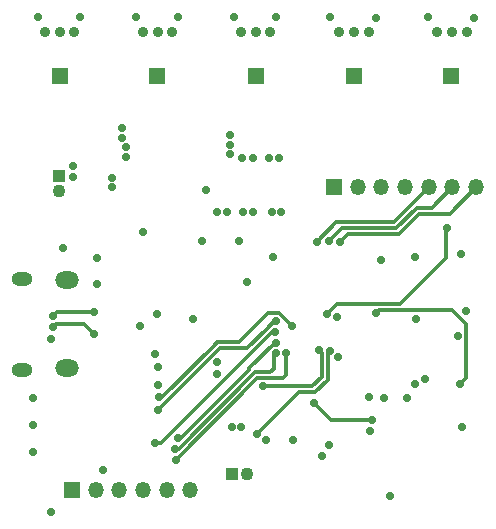
<source format=gbr>
%TF.GenerationSoftware,KiCad,Pcbnew,9.0.0*%
%TF.CreationDate,2026-01-14T19:26:19-05:00*%
%TF.ProjectId,telemetry-node,74656c65-6d65-4747-9279-2d6e6f64652e,rev?*%
%TF.SameCoordinates,Original*%
%TF.FileFunction,Copper,L4,Bot*%
%TF.FilePolarity,Positive*%
%FSLAX46Y46*%
G04 Gerber Fmt 4.6, Leading zero omitted, Abs format (unit mm)*
G04 Created by KiCad (PCBNEW 9.0.0) date 2026-01-14 19:26:19*
%MOMM*%
%LPD*%
G01*
G04 APERTURE LIST*
%TA.AperFunction,ComponentPad*%
%ADD10R,1.100000X1.100000*%
%TD*%
%TA.AperFunction,ComponentPad*%
%ADD11C,1.100000*%
%TD*%
%TA.AperFunction,ComponentPad*%
%ADD12C,0.900000*%
%TD*%
%TA.AperFunction,ComponentPad*%
%ADD13R,1.350000X1.350000*%
%TD*%
%TA.AperFunction,HeatsinkPad*%
%ADD14O,1.800000X1.150000*%
%TD*%
%TA.AperFunction,HeatsinkPad*%
%ADD15O,2.000000X1.450000*%
%TD*%
%TA.AperFunction,ComponentPad*%
%ADD16O,1.350000X1.350000*%
%TD*%
%TA.AperFunction,ViaPad*%
%ADD17C,0.700000*%
%TD*%
%TA.AperFunction,Conductor*%
%ADD18C,0.300000*%
%TD*%
G04 APERTURE END LIST*
D10*
%TO.P,J4,1,1*%
%TO.N,/CAN_N*%
X204837500Y-81900000D03*
D11*
%TO.P,J4,2,2*%
%TO.N,/CAN_P*%
X206087500Y-81900000D03*
%TD*%
D12*
%TO.P,J9,1,1*%
%TO.N,+3.3V Buck*%
X205600000Y-44400000D03*
%TO.P,J9,2,2*%
%TO.N,Net-(J10-Pin_1)*%
X206850000Y-44400000D03*
%TO.P,J9,3,3*%
%TO.N,GND*%
X208100000Y-44400000D03*
%TD*%
%TO.P,J1,1,1*%
%TO.N,+3.3V Buck*%
X189000000Y-44400000D03*
%TO.P,J1,2,2*%
%TO.N,Net-(J5-Pin_1)*%
X190250000Y-44400000D03*
%TO.P,J1,3,3*%
%TO.N,GND*%
X191500000Y-44400000D03*
%TD*%
D13*
%TO.P,J15,1,Pin_1*%
%TO.N,Net-(J15-Pin_1)*%
X223400000Y-48200000D03*
%TD*%
D10*
%TO.P,J3,1,1*%
%TO.N,GND*%
X190200000Y-56625000D03*
D11*
%TO.P,J3,2,2*%
%TO.N,+5V In*%
X190200000Y-57875000D03*
%TD*%
D14*
%TO.P,J11,6,Shield*%
%TO.N,unconnected-(J11-Shield-Pad6)*%
X187100000Y-65325000D03*
D15*
%TO.N,unconnected-(J11-Shield-Pad6)_3*%
X190900000Y-65475000D03*
%TO.N,unconnected-(J11-Shield-Pad6)_1*%
X190900000Y-72925000D03*
D14*
%TO.N,unconnected-(J11-Shield-Pad6)_2*%
X187100000Y-73075000D03*
%TD*%
D13*
%TO.P,J10,1,Pin_1*%
%TO.N,Net-(J10-Pin_1)*%
X206900000Y-48200000D03*
%TD*%
D12*
%TO.P,J14,1,1*%
%TO.N,+3.3V Buck*%
X222200000Y-44400000D03*
%TO.P,J14,2,2*%
%TO.N,Net-(J15-Pin_1)*%
X223450000Y-44400000D03*
%TO.P,J14,3,3*%
%TO.N,GND*%
X224700000Y-44400000D03*
%TD*%
D13*
%TO.P,J8,1,Pin_1*%
%TO.N,Net-(J8-Pin_1)*%
X198500000Y-48200000D03*
%TD*%
%TO.P,J2,1,Pin_1*%
%TO.N,+3.3V Buck*%
X191300000Y-83200000D03*
D16*
%TO.P,J2,2,Pin_2*%
%TO.N,GND*%
X193300000Y-83200000D03*
%TO.P,J2,3,Pin_3*%
%TO.N,/SWDIO*%
X195300000Y-83200000D03*
%TO.P,J2,4,Pin_4*%
%TO.N,/SWCLK*%
X197300000Y-83200000D03*
%TO.P,J2,5,Pin_5*%
%TO.N,/SWO*%
X199300000Y-83200000D03*
%TO.P,J2,6,Pin_6*%
%TO.N,/NRST*%
X201300000Y-83200000D03*
%TD*%
D13*
%TO.P,J13,1,Pin_1*%
%TO.N,Net-(J13-Pin_1)*%
X215200000Y-48200000D03*
%TD*%
D12*
%TO.P,J6,1,1*%
%TO.N,+3.3V Buck*%
X197300000Y-44400000D03*
%TO.P,J6,2,2*%
%TO.N,Net-(J8-Pin_1)*%
X198550000Y-44400000D03*
%TO.P,J6,3,3*%
%TO.N,GND*%
X199800000Y-44400000D03*
%TD*%
D13*
%TO.P,J7,1,Pin_1*%
%TO.N,/PB11*%
X213500000Y-57600000D03*
D16*
%TO.P,J7,2,Pin_2*%
%TO.N,/PB10*%
X215500000Y-57600000D03*
%TO.P,J7,3,Pin_3*%
%TO.N,/PB2*%
X217500000Y-57600000D03*
%TO.P,J7,4,Pin_4*%
%TO.N,/PB1*%
X219500000Y-57600000D03*
%TO.P,J7,5,Pin_5*%
%TO.N,/PB0*%
X221500000Y-57600000D03*
%TO.P,J7,6,Pin_6*%
%TO.N,/PA7*%
X223500000Y-57600000D03*
%TO.P,J7,7,Pin_7*%
%TO.N,/PA6*%
X225500000Y-57600000D03*
%TD*%
D13*
%TO.P,J5,1,Pin_1*%
%TO.N,Net-(J5-Pin_1)*%
X190250000Y-48200000D03*
%TD*%
D12*
%TO.P,J12,1,1*%
%TO.N,+3.3V Buck*%
X213900000Y-44400000D03*
%TO.P,J12,2,2*%
%TO.N,Net-(J13-Pin_1)*%
X215150000Y-44400000D03*
%TO.P,J12,3,3*%
%TO.N,GND*%
X216400000Y-44400000D03*
%TD*%
D17*
%TO.N,+3.3V Buck*%
X188400000Y-43150000D03*
X196750000Y-43200000D03*
X205000000Y-43200000D03*
X213100000Y-43200000D03*
X221450000Y-43200000D03*
%TO.N,GND*%
X225350000Y-43250000D03*
X217000000Y-43250000D03*
X208600000Y-43150000D03*
X200300000Y-43150000D03*
X192000000Y-43200000D03*
X195900000Y-54200000D03*
X191400000Y-56700000D03*
X220350000Y-63500000D03*
X223937500Y-70150000D03*
X210000000Y-79000000D03*
X205800000Y-59700000D03*
X198600000Y-72800000D03*
X213750000Y-68600000D03*
X197050000Y-69325000D03*
X198500000Y-68300000D03*
X208300000Y-63500000D03*
X193400000Y-63600000D03*
X194700000Y-57600000D03*
X208200000Y-59700000D03*
X194700000Y-56800000D03*
X217500000Y-63700000D03*
X217687500Y-75400000D03*
X224300000Y-77900000D03*
X209000000Y-59700000D03*
X193900000Y-81500000D03*
X188000000Y-77700000D03*
X218200000Y-83700000D03*
X204837500Y-77850000D03*
X193400000Y-65800000D03*
X221187500Y-73850000D03*
X195500000Y-52600000D03*
X203587500Y-72400000D03*
X220337500Y-74200000D03*
X202600000Y-57800000D03*
X203600000Y-59700000D03*
X205637500Y-77850000D03*
X190500000Y-62700000D03*
X189500000Y-70400000D03*
X188000000Y-75400000D03*
X205400000Y-62100000D03*
X206600000Y-59700000D03*
X213850000Y-71950000D03*
X220400000Y-68700000D03*
X188000000Y-80000000D03*
X195500000Y-53400000D03*
X201500000Y-68700000D03*
X213037500Y-79400000D03*
X191400000Y-55800000D03*
X224650000Y-68100000D03*
X204400000Y-59700000D03*
X195900000Y-55000000D03*
%TO.N,+3.3V Buck*%
X204700000Y-53200000D03*
X204700000Y-54000000D03*
X219650000Y-75400000D03*
X216450000Y-75350000D03*
X202300000Y-62100000D03*
X224200000Y-63200000D03*
X212500000Y-80300000D03*
X204700000Y-54800000D03*
X207700000Y-79000000D03*
X206100000Y-65600000D03*
X206600000Y-55100000D03*
X197300000Y-61400000D03*
X189500000Y-85100000D03*
X208800000Y-55100000D03*
X208000000Y-55100000D03*
X198300000Y-71700000D03*
X216537500Y-78200000D03*
X203587500Y-73400000D03*
X198600000Y-74300000D03*
X205700000Y-55100000D03*
%TO.N,/BOOT0*%
X211800000Y-75850000D03*
X216700000Y-77250000D03*
%TO.N,/NRST*%
X224150000Y-74250000D03*
X217050000Y-68200000D03*
%TO.N,/SWCLK*%
X208549998Y-71648872D03*
X200055026Y-79705023D03*
%TO.N,/SWDIO*%
X208550001Y-70748870D03*
X200278118Y-78773412D03*
%TO.N,/SWO*%
X200100000Y-80650000D03*
X209450000Y-71650000D03*
%TO.N,/CAN_RX*%
X212200000Y-71350000D03*
X207450000Y-74450000D03*
%TO.N,/PA0*%
X212900000Y-68300000D03*
X223050000Y-61000000D03*
%TO.N,/PA10*%
X208485774Y-69851162D03*
X198305025Y-79205025D03*
%TO.N,/CAN_TX*%
X213125426Y-71416152D03*
X206986636Y-78451259D03*
%TO.N,/PA8*%
X198550000Y-76450000D03*
X208532827Y-68942754D03*
%TO.N,/PB15*%
X209900000Y-69300000D03*
X198628093Y-75378093D03*
%TO.N,Net-(IC2-I{slash}O1_2)*%
X189675000Y-69425003D03*
X193177686Y-70028460D03*
%TO.N,Net-(IC2-I{slash}O2_2)*%
X189675000Y-68525000D03*
X193132475Y-68142525D03*
%TO.N,/PA6*%
X213972705Y-62222705D03*
%TO.N,/PB0*%
X212007755Y-62207755D03*
%TO.N,/PA7*%
X213052730Y-62152730D03*
%TD*%
D18*
%TO.N,/BOOT0*%
X216700000Y-77250000D02*
X213200000Y-77250000D01*
X213200000Y-77250000D02*
X211800000Y-75850000D01*
%TO.N,/NRST*%
X223500000Y-68000000D02*
X224650000Y-69150000D01*
X224650000Y-69150000D02*
X224650000Y-73750000D01*
X224650000Y-73750000D02*
X224150000Y-74250000D01*
X217250000Y-68000000D02*
X223500000Y-68000000D01*
X217050000Y-68200000D02*
X217250000Y-68000000D01*
%TO.N,/SWCLK*%
X200336457Y-79705023D02*
X206570740Y-73470740D01*
X208102000Y-73248000D02*
X208400000Y-72950000D01*
X206793480Y-73248000D02*
X207208520Y-73248000D01*
X207208520Y-73248000D02*
X208102000Y-73248000D01*
X200055026Y-79705023D02*
X200336457Y-79705023D01*
X206570740Y-73470740D02*
X206793480Y-73248000D01*
X208400000Y-71798870D02*
X208549998Y-71648872D01*
X208400000Y-72950000D02*
X208400000Y-71798870D01*
%TO.N,/SWDIO*%
X200559548Y-78773412D02*
X206291480Y-73041480D01*
X208460186Y-70748870D02*
X208550001Y-70748870D01*
X206291480Y-72917576D02*
X208460186Y-70748870D01*
X200278118Y-78773412D02*
X200559548Y-78773412D01*
X206291480Y-73041480D02*
X206291480Y-72917576D01*
%TO.N,/SWO*%
X209151000Y-73749000D02*
X209450000Y-73450000D01*
X207350000Y-73749000D02*
X209151000Y-73749000D01*
X207001000Y-73749000D02*
X207350000Y-73749000D01*
X209450000Y-73450000D02*
X209450000Y-71650000D01*
X200100000Y-80650000D02*
X207001000Y-73749000D01*
%TO.N,/CAN_RX*%
X211650000Y-74450000D02*
X212450000Y-73650000D01*
X212450000Y-71600000D02*
X212200000Y-71350000D01*
X212450000Y-72200000D02*
X212450000Y-71600000D01*
X212450000Y-73650000D02*
X212450000Y-72200000D01*
X207450000Y-74450000D02*
X211650000Y-74450000D01*
%TO.N,/PA0*%
X213701000Y-67499000D02*
X219101000Y-67499000D01*
X219101000Y-67499000D02*
X223000000Y-63600000D01*
X223000000Y-63600000D02*
X223000000Y-61050000D01*
X223000000Y-61050000D02*
X223050000Y-61000000D01*
X212900000Y-68300000D02*
X213701000Y-67499000D01*
%TO.N,/PA10*%
X198305025Y-79205025D02*
X198844975Y-79205025D01*
X208198838Y-69851162D02*
X208485774Y-69851162D01*
X198844975Y-79205025D02*
X208198838Y-69851162D01*
%TO.N,/CAN_TX*%
X211899000Y-74951000D02*
X212985355Y-73864645D01*
X209600000Y-75850000D02*
X210499000Y-74951000D01*
X210499000Y-74951000D02*
X211899000Y-74951000D01*
X212985355Y-71556223D02*
X213125426Y-71416152D01*
X212985355Y-73864645D02*
X212985355Y-72456009D01*
X212985355Y-72456009D02*
X212985355Y-71556223D01*
X206986636Y-78451259D02*
X209587895Y-75850000D01*
X209587895Y-75850000D02*
X209600000Y-75850000D01*
%TO.N,/PA8*%
X207795739Y-69545740D02*
X208398725Y-68942754D01*
X198550000Y-76446136D02*
X203796136Y-71200000D01*
X203796136Y-71200000D02*
X203800000Y-71200000D01*
X208398725Y-68942754D02*
X208532827Y-68942754D01*
X198550000Y-76450000D02*
X198550000Y-76446136D01*
X206141480Y-71200000D02*
X207795739Y-69545740D01*
X203800000Y-71200000D02*
X206141480Y-71200000D01*
%TO.N,/PB15*%
X205749000Y-70350000D02*
X205750000Y-70350000D01*
X198628093Y-75378093D02*
X198909523Y-75378093D01*
X209900000Y-69300000D02*
X208798606Y-68198606D01*
X203293807Y-70993808D02*
X203588616Y-70699000D01*
X203588616Y-70699000D02*
X205400000Y-70699000D01*
X205400000Y-70699000D02*
X205749000Y-70350000D01*
X205750000Y-70350000D02*
X207901394Y-68198606D01*
X208798606Y-68198606D02*
X207901394Y-68198606D01*
X198909523Y-75378093D02*
X203293807Y-70993808D01*
%TO.N,Net-(IC2-I{slash}O1_2)*%
X192100000Y-69200000D02*
X189900003Y-69200000D01*
X189900003Y-69200000D02*
X189675000Y-69425003D01*
X192349226Y-69200000D02*
X192100000Y-69200000D01*
X193177686Y-70028460D02*
X192349226Y-69200000D01*
%TO.N,Net-(IC2-I{slash}O2_2)*%
X190057475Y-68142525D02*
X189675000Y-68525000D01*
X193132475Y-68142525D02*
X190057475Y-68142525D01*
%TO.N,/PA6*%
X223269740Y-59830260D02*
X225500000Y-57600000D01*
X218965043Y-61552000D02*
X220686782Y-59830260D01*
X213972705Y-62222705D02*
X214643410Y-61552000D01*
X214643410Y-61552000D02*
X218965043Y-61552000D01*
X220686782Y-59830260D02*
X223269740Y-59830260D01*
%TO.N,/PB0*%
X218550000Y-60550000D02*
X221500000Y-57600000D01*
X212007755Y-62207755D02*
X213665510Y-60550000D01*
X213665510Y-60550000D02*
X218550000Y-60550000D01*
%TO.N,/PA7*%
X213052730Y-62152730D02*
X214154460Y-61051000D01*
X221770740Y-59329260D02*
X223500000Y-57600000D01*
X218757521Y-61051000D02*
X220479260Y-59329260D01*
X220479260Y-59329260D02*
X221770740Y-59329260D01*
X214154460Y-61051000D02*
X218757521Y-61051000D01*
%TD*%
M02*

</source>
